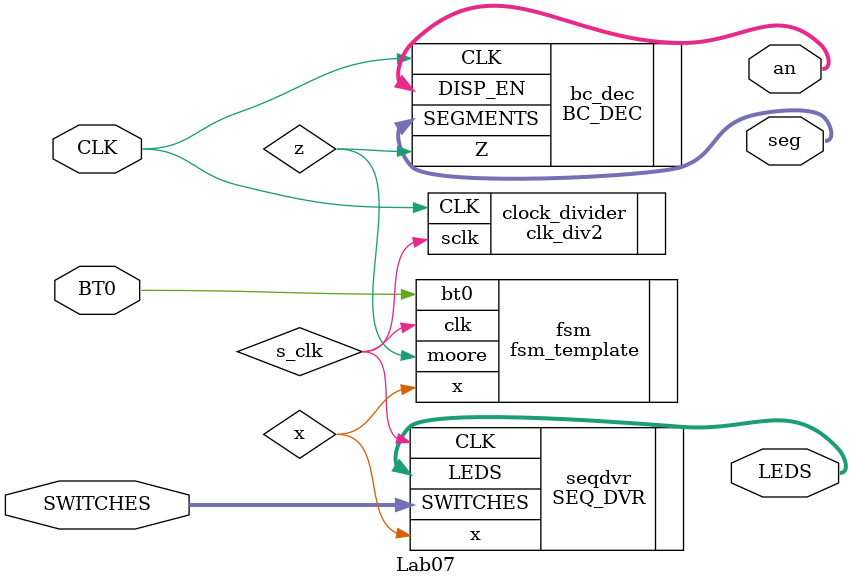
<source format=sv>
`timescale 1ns / 1ps


module Lab07(
    input CLK,
    input [7:0]SWITCHES,
    input BT0,
    output [7:0]seg,
    output [3:0]an,
    output [7:0]LEDS
    );
    
    logic s_clk;
    logic x;
    logic z;
    
    clk_div2 clock_divider(.CLK(CLK), .sclk(s_clk));
    SEQ_DVR seqdvr(.SWITCHES(SWITCHES), .CLK(s_clk), .x(x), .LEDS(LEDS));
    fsm_template fsm(.clk(s_clk), .x(x), .bt0(BT0), .moore(z));
    BC_DEC bc_dec(.CLK(CLK), .Z(z), .SEGMENTS(seg), .DISP_EN(an));
      
    
    
    
    
    
endmodule

</source>
